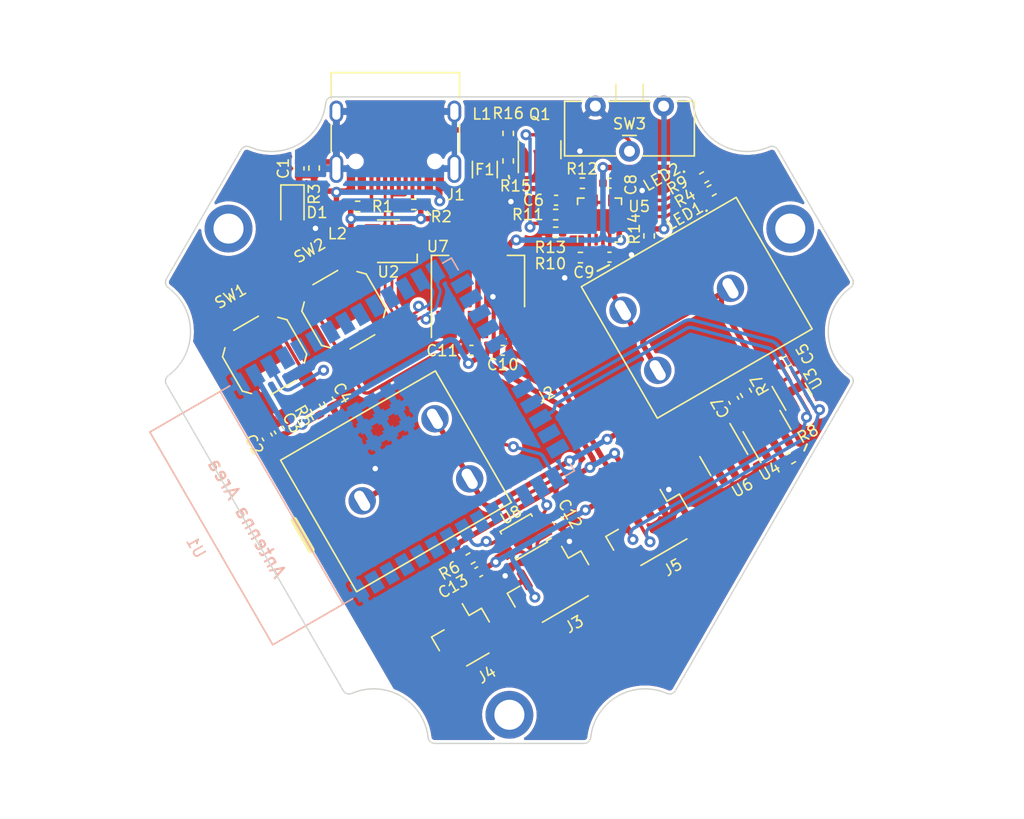
<source format=kicad_pcb>
(kicad_pcb (version 20211014) (generator pcbnew)
  (layers (0 "F.Cu" signal) (31 "B.Cu" signal) (34 "B.Paste" user) (35 "F.Paste" user) (36 "B.SilkS" user "B.Silkscreen") (37 "F.SilkS" user "F.Silkscreen") (38 "B.Mask" user) (39 "F.Mask" user) (44 "Edge.Cuts" user))
  (net 0 "")
  (net 1 "GNDPWR")
  (net 2 "Earth")
  (net 3 "GND")
  (net 4 "+BATT")
  (net 5 "+5V")
  (net 6 "Net-(C7-Pad1)")
  (net 7 "Net-(C7-Pad2)")
  (net 8 "+VSW")
  (net 9 "+3.3V")
  (net 10 "Net-(F1-Pad2)")
  (net 11 "VBUS")
  (net 12 "Net-(J1-PadA5)")
  (net 13 "USB-D+")
  (net 14 "USB-D-")
  (net 16 "Net-(J1-PadB5)")
  (net 18 "Net-(LED1-Pad1)")
  (net 19 "Net-(LED2-Pad1)")
  (net 20 "Net-(Q1-Pad1)")
  (net 21 "SYSOFF")
  (net 22 "Net-(R8-Pad2)")
  (net 23 "Net-(R9-Pad2)")
  (net 24 "Net-(R10-Pad1)")
  (net 25 "Net-(R11-Pad1)")
  (net 26 "/ILIM")
  (net 27 "Net-(R13-Pad1)")
  (net 28 "Net-(R14-Pad1)")
  (net 31 "Net-(U4-Pad1)")
  (net 32 "Net-(U4-Pad3)")
  (net 37 "Net-(R4-Pad2)")
  (net 38 "EN")
  (net 39 "MOSI_HV")
  (net 40 "SCK_HV")
  (net 41 "Net-(R6-Pad2)")
  (net 42 "SCK_LV")
  (net 43 "MOSI_LV")
  (net 46 "GPIO0")
  (net 70 "I2C+")
  (net 74 "I2C-")
  (footprint "Package_DFN_QFN:DFN-8-1EP_2x2mm_P0.5mm_EP0.7x1.3mm" (layer "F.Cu") (at 20.597756 13.692523 -60)
    (fp_text reference "U3")
    (fp_text value "MAX17048")
  )
  (footprint "Package_TO_SOT_SMD:SOT-23-6" (layer "F.Cu") (at 18.760125 16.609658 120)
    (fp_text reference "U4")
    (fp_text value "DW01A")
  )
  (footprint "Package_SO:VSSOP-8_2.4x2.1mm_P0.5mm" (layer "F.Cu") (at 0.943884 24.397352 -150)
    (fp_text reference "U8")
    (fp_text value "TXB0102DCU")
  )
  (footprint "Fuse:Fuse_1206_3216Metric" (layer "F.Cu") (at -1.9 -2.516024 90)
    (fp_text reference "F1")
    (fp_text value "1.5A")
  )
  (footprint "Capacitor_SMD:C_0402_1005Metric" (layer "F.Cu") (at -2.347329 26.961486 -150)
    (fp_text reference "C13")
    (fp_text value "100nF")
  )
  (footprint "Resistor_SMD:R_0402_1005Metric" (layer "F.Cu") (at 10.129244 2.34398 -90)
    (fp_text reference "R14")
    (fp_text value "100k")
  )
  (footprint "LED_SMD:LED_0402_1005Metric" (layer "F.Cu") (at 15.280723 -0.04583 30)
    (fp_text reference "LED1")
    (fp_text value "green")
  )
  (footprint "Package_TO_SOT_SMD:SOT-23" (layer "F.Cu") (at 2.112504 -3.966026 90)
    (fp_text reference "Q1")
    (fp_text value "2N7002")
  )
  (footprint "Capacitor_SMD:C_0402_1005Metric" (layer "F.Cu") (at 16.329097 14.399 -60)
    (fp_text reference "C7")
    (fp_text value "100nF")
  )
  (footprint "Capacitor_SMD:C_0402_1005Metric" (layer "F.Cu") (at 7.230004 -1.516024)
    (fp_text reference "C8")
    (fp_text value "4.7uF")
  )
  (footprint "Resistor_SMD:R_0402_1005Metric" (layer "F.Cu") (at 5.239998 -1.516022 180)
    (fp_text reference "R12")
    (fp_text value "1k2")
  )
  (footprint "Capacitor_SMD:C_0402_1005Metric" (layer "F.Cu") (at 3.320005 -0.266019 180)
    (fp_text reference "C6")
    (fp_text value "4.7uF")
  )
  (footprint "Inductor_SMD:L_0402_1005Metric" (layer "F.Cu") (at -2.114994 -5.416021)
    (fp_text reference "L1")
    (fp_text value "BLM15PX121SN1D")
  )
  (footprint "MountingHole:MountingHole_2.2mm_M2_ISO7380_Pad" (layer "F.Cu") (at -20.666609 1.809841)
    (fp_text reference "H1" hide)
    (fp_text value "Frame Attach")
  )
  (footprint "Capacitor_SMD:C_0402_1005Metric" (layer "F.Cu") (at 3.450976 23.215461 -60)
    (fp_text reference "C12")
    (fp_text value "100nF")
  )
  (footprint "Resistor_SMD:R_0402_1005Metric" (layer "F.Cu") (at 14.709074 -0.985961 -150)
    (fp_text reference "R4")
    (fp_text value "1.5k")
  )
  (footprint "Resistor_SMD:R_0402_1005Metric" (layer "F.Cu") (at -0.187497 -3.14602 90)
    (fp_text reference "R15")
    (fp_text value "100R")
  )
  (footprint "Connector_JST:JST_SH_BM04B-SRSS-TB_1x04-1MP_P1.00mm_Vertical" (layer "F.Cu") (at 2.99107 27.943178 -150)
    (fp_text reference "J3")
    (fp_text value "DOTSTAR PANEL")
  )
  (footprint "Diode_SMD:D_SOD-323" (layer "F.Cu") (at -15.987497 0.113474 -90)
    (fp_text reference "D1")
    (fp_text value "BSD3C051V")
  )
  (footprint "Capacitor_SMD:C_0402_1005Metric" (layer "F.Cu") (at -0.58955 10.728203 180)
    (fp_text reference "C10")
    (fp_text value "1uF")
  )
  (footprint "MountingHole:MountingHole_2.2mm_M2_ISO7380_Pad" (layer "F.Cu") (at -0.100002 37.432251)
    (fp_text reference "H3" hide)
    (fp_text value "Frame Attach")
  )
  (footprint "Resistor_SMD:R_0402_1005Metric" (layer "F.Cu") (at 3.290002 0.783975 180)
    (fp_text reference "R11")
    (fp_text value "47k")
  )
  (footprint "Capacitor_SMD:C_0402_1005Metric" (layer "F.Cu") (at -17.833256 17.079074 120)
    (fp_text reference "C2")
    (fp_text value "22uF")
  )
  (footprint "Resistor_SMD:R_0402_1005Metric" (layer "F.Cu") (at -14.4 -2.62603 -90)
    (fp_text reference "R3")
    (fp_text value "1M")
  )
  (footprint "Capacitor_SMD:C_0402_1005Metric" (layer "F.Cu") (at 7.23 3.903977)
    (fp_text reference "C9")
    (fp_text value "4.7uF")
  )
  (footprint "marbastlib-various:SW_SSSS213100" (layer "F.Cu") (at 8.6925 -5.516023)
    (fp_text reference "SW3")
    (fp_text value "PWR")
  )
  (footprint "Package_DFN_QFN:VQFN-16-1EP_3x3mm_P0.5mm_EP1.6x1.6mm" (layer "F.Cu") (at 6.500003 1.183977 90)
    (fp_text reference "U5")
    (fp_text value "BQ24075")
  )
  (footprint "Resistor_SMD:R_0402_1005Metric" (layer "F.Cu") (at -11.209996 0.183981)
    (fp_text reference "R1")
    (fp_text value "22k")
  )
  (footprint "Resistor_SMD:R_0402_1005Metric" (layer "F.Cu") (at 20.521797 18.640966 -150)
    (fp_text reference "R8")
    (fp_text value "1k")
  )
  (footprint "marbastlib-various:SOT-23-6-routable" (layer "F.Cu") (at -8.950001 2.733975 180)
    (fp_text reference "U2")
    (fp_text value "SRV05-4")
  )
  (footprint "marbastlib-various:SW_SPST_SKQG_WithStem" (layer "F.Cu") (at -12.220112 7.75306 -60)
    (fp_text reference "SW2")
    (fp_text value "BOOT")
  )
  (footprint "Capacitor_SMD:C_0402_1005Metric" (layer "F.Cu") (at -15.499994 -2.596023 90)
    (fp_text reference "C1")
    (fp_text value "100nF")
  )
  (footprint "Inductor_SMD:L_0402_1005Metric" (layer "F.Cu") (at -12.768725 0.568975 -90)
    (fp_text reference "L2")
    (fp_text value "BLM15PX121SN1D")
  )
  (footprint "Capacitor_SMD:C_0402_1005Metric" (layer "F.Cu") (at -16.945577 16.566577 120)
    (fp_text reference "C3")
    (fp_text value "100nF")
  )
  (footprint "Resistor_SMD:R_0402_1005Metric" (layer "F.Cu") (at -14.266648 15.008346 -60)
    (fp_text reference "R5")
    (fp_text value "100K")
  )
  (footprint "Capacitor_SMD:C_0402_1005Metric" (layer "F.Cu") (at 20.1987 11.541343 -150)
    (fp_text reference "C5")
    (fp_text value "100nF")
  )
  (footprint "Resistor_SMD:R_0402_1005Metric" (layer "F.Cu") (at 17.223426 13.848019 -60)
    (fp_text reference "R7")
    (fp_text value "100R")
  )
  (footprint "Package_TO_SOT_SMD:SOT-23-6" (layer "F.Cu") (at 15.599134 18.434656 -60)
    (fp_text reference "U6")
    (fp_text value "FS8205")
  )
  (footprint "Resistor_SMD:R_0402_1005Metric" (layer "F.Cu") (at 5.100001 3.933974 180)
    (fp_text reference "R10")
    (fp_text value "10k")
  )
  (footprint "Resistor_SMD:R_0402_1005Metric" (layer "F.Cu") (at -7.1 0.033975 180)
    (fp_text reference "R2")
    (fp_text value "22k")
  )
  (footprint "MountingHole:MountingHole_2.2mm_M2_ISO7380_Pad" (layer "F.Cu") (at 20.466609 1.80984)
    (fp_text reference "H2" hide)
    (fp_text value "Frame Attach")
  )
  (footprint "Connector_JST:JST_SH_BM04B-SRSS-TB_1x04-1MP_P1.00mm_Vertical" (layer "F.Cu") (at 10.206924 23.777104 -150)
    (fp_text reference "J5")
    (fp_text value "DOTSTAR PANEL")
  )
  (footprint "Capacitor_SMD:C_0402_1005Metric" (layer "F.Cu") (at -2.879996 10.7282 180)
    (fp_text reference "C11")
    (fp_text value "1uF")
  )
  (footprint "Package_TO_SOT_SMD:SOT-223-3_TabPin2" (layer "F.Cu") (at -2.399998 5.683975 90)
    (fp_text reference "U7")
    (fp_text value "TLV1117LV33DCYR")
  )
  (footprint "Resistor_SMD:R_0402_1005Metric" (layer "F.Cu") (at 14.159075 -1.938586 -150)
    (fp_text reference "R9")
    (fp_text value "1.5k")
  )
  (footprint "Resistor_SMD:R_0402_1005Metric" (layer "F.Cu") (at -2.948309 25.980555 30)
    (fp_text reference "R6")
    (fp_text value "10k")
  )
  (footprint "Resistor_SMD:R_0402_1005Metric" (layer "F.Cu") (at 3.290002 2.083974 180)
    (fp_text reference "R13")
    (fp_text value "1k2")
  )
  (footprint "custom:Keystone 18350 clips" (layer "F.Cu") (at 2.605256 13.969611 -150)
    (fp_text reference "J2")
    (fp_text value "Battery")
  )
  (footprint "LED_SMD:LED_0402_1005Metric" (layer "F.Cu") (at 13.630724 -2.903715 30)
    (fp_text reference "LED2")
    (fp_text value "orange")
  )
  (footprint "Resistor_SMD:R_0402_1005Metric" (layer "F.Cu") (at -0.187499 -5.166022 90)
    (fp_text reference "R16")
    (fp_text value "10k")
  )
  (footprint "marbastlib-various:SW_SPST_SKQG_WithStem" (layer "F.Cu") (at -18.022482 11.103058 120)
    (fp_text reference "SW1")
    (fp_text value "RESET")
  )
  (footprint "Connector_USB:USB_C_Receptacle_HRO_TYPE-C-31-M-12" (layer "F.Cu") (at -8.45 -5.716022 180)
    (fp_text reference "J1")
    (fp_text value "HRO_TYPE-C-31-M-12")
  )
  (footprint "Connector_JST:JST_SH_BM02B-SRSS-TB_1x02-1MP_P1.00mm_Vertical" (layer "F.Cu") (at -3.417518 31.643178 -150)
    (fp_text reference "J4")
    (fp_text value "POWER")
  )
  (footprint "Capacitor_SMD:C_0402_1005Metric" (layer "F.Cu") (at -13.32902 14.432371 -60)
    (fp_text reference "C4")
    (fp_text value "1uF")
  )
  (footprint "Espressif:ESP32-S3-WROOM-1" (layer "B.Cu") (at -8.286785 16.634045 -60)
    (fp_text reference "U1")
    (fp_text value "ESP32-S3-WROOM-1")
  )
  (gr_line (start -5.889709 0.798242) (end -6.119614 0.550037) (layer "F.SilkS") (width 0.15))
  (gr_line (start 21.685829 17.618139) (end 21.489421 18.077945) (layer "F.SilkS") (width 0.15))
  (gr_line (start -0.099998 -1.866028) (end -0.15 -2.066024) (layer "F.SilkS") (width 0.15))
  (gr_line (start 6.350002 4.916583) (end 7.200001 4.483977) (layer "F.SilkS") (width 0.15))
  (gr_arc (start 24.877957 12.580267) (mid 23.250466 9.359838) (end 24.877954 6.139408) (layer "Edge.Cuts") (width 0.1))
  (gr_arc (start -25.07796 6.139407) (mid -23.450475 9.359838) (end -25.07796 12.580266) (layer "Edge.Cuts") (width 0.1))
  (gr_arc (start 12.066489 35.659267) (mid 11.789557 35.884271) (end 11.43314 35.867376) (layer "Edge.Cuts") (width 0.1))
  (gr_line (start -19.75612 -3.96718) (end -25.214408 5.486853) (layer "Edge.Cuts") (width 0.1))
  (gr_arc (start 12.847912 -7.84016) (mid 13.181272 -7.712865) (end 13.34482 -7.395718) (layer "Edge.Cuts") (width 0.1))
  (gr_arc (start -13.544818 -7.395717) (mid -13.381246 -7.712838) (end -13.047915 -7.840164) (layer "Edge.Cuts") (width 0.1))
  (gr_arc (start 18.922765 -4.17529) (mid 19.27919 -4.192206) (end 19.556114 -3.967182) (layer "Edge.Cuts") (width 0.1))
  (gr_arc (start 24.877957 12.580267) (mid 25.07082 12.880486) (end 25.014407 13.232824) (layer "Edge.Cuts") (width 0.1))
  (gr_arc (start 5.855195 39.087808) (mid 7.830425 36.068151) (end 11.43314 35.867376) (layer "Edge.Cuts") (width 0.1))
  (gr_arc (start 5.855195 39.087808) (mid 5.691632 39.404939) (end 5.35829 39.53225) (layer "Edge.Cuts") (width 0.1))
  (gr_arc (start 18.922765 -4.17529) (mid 15.320021 -4.376027) (end 13.34482 -7.395718) (layer "Edge.Cuts") (width 0.1))
  (gr_line (start 12.066489 35.659267) (end 25.014407 13.232824) (layer "Edge.Cuts") (width 0.1))
  (gr_line (start -5.55829 39.53225) (end 5.35829 39.53225) (layer "Edge.Cuts") (width 0.1))
  (gr_line (start 12.847912 -7.84016) (end -13.047915 -7.840164) (layer "Edge.Cuts") (width 0.1))
  (gr_arc (start -25.07796 6.139407) (mid -25.270809 5.839189) (end -25.214408 5.486853) (layer "Edge.Cuts") (width 0.1))
  (gr_arc (start -11.63314 35.867378) (mid -8.030428 36.068153) (end -6.055192 39.087804) (layer "Edge.Cuts") (width 0.1))
  (gr_line (start -25.214409 13.232822) (end -12.266496 35.659266) (layer "Edge.Cuts") (width 0.1))
  (gr_arc (start -19.75612 -3.96718) (mid -19.479189 -4.192195) (end -19.122768 -4.175286) (layer "Edge.Cuts") (width 0.1))
  (gr_arc (start 25.014411 5.48685) (mid 25.070813 5.839189) (end 24.877954 6.139408) (layer "Edge.Cuts") (width 0.1))
  (gr_arc (start -5.55829 39.53225) (mid -5.891623 39.404928) (end -6.055192 39.087804) (layer "Edge.Cuts") (width 0.1))
  (gr_arc (start -25.214409 13.232822) (mid -25.270811 12.880484) (end -25.07796 12.580266) (layer "Edge.Cuts") (width 0.1))
  (gr_arc (start -13.544818 -7.395717) (mid -15.52005 -4.376058) (end -19.122768 -4.175286) (layer "Edge.Cuts") (width 0.1))
  (gr_line (start 25.014411 5.48685) (end 19.556114 -3.967182) (layer "Edge.Cuts") (width 0.1))
  (gr_arc (start -11.63314 35.867378) (mid -11.989564 35.884283) (end -12.266496 35.659266) (layer "Edge.Cuts") (width 0.1))
  (segment (start -12.768725 -0.936527) (end -13.657997 -0.936519) (width 0.4) (layer "F.Cu") (net 1))
  (segment (start -13.657997 -0.936519) (end -13.899999 -0.936521) (width 0.4) (layer "F.Cu") (net 1))
  (segment (start -15.987499 -0.936521) (end -13.899999 -0.936521) (width 0.4) (layer "F.Cu") (net 1))
  (segment (start -12.768725 -0.936527) (end -12.199998 -0.936521) (width 0.4) (layer "F.Cu") (net 1))
  (segment (start -14.399996 -1.436521) (end -14.399997 -2.116021) (width 0.4) (layer "F.Cu") (net 1))
  (segment (start -5.199997 -1.67103) (end -5.199998 -0.216021) (width 0.4) (layer "F.Cu") (net 1))
  (segment (start -14.400001 -2.116024) (end -15.499992 -2.116026) (width 0.4) (layer "F.Cu") (net 1))
  (segment (start -12.768724 0.083977) (end -12.768725 -0.936527) (width 0.4) (layer "F.Cu") (net 1))
  (via (at -5.199998 -0.216021) (size 0.8) (drill 0.4) (layers "F.Cu" "B.Cu") (net 1))
  (via (at -12.768726 -0.855776) (size 0.8) (drill 0.4) (layers "F.Cu" "B.Cu") (net 1))
  (arc (start -11.699996 -1.436521) (mid -11.846442 -1.08297) (end -12.199998 -0.936521) (width 0.4) (layer "F.Cu") (net 1))
  (arc (start -13.899999 -0.936521) (mid -14.253551 -1.082971) (end -14.399996 -1.436521) (width 0.4) (layer "F.Cu") (net 1))
  (segment (start -5.199999 -0.447792) (end -5.199998 -0.216021) (width 0.4) (layer "B.Cu") (net 1))
  (segment (start -12.768726 -0.855776) (end -5.7 -0.855776) (width 0.4) (layer "B.Cu") (net 1))
  (arc (start -5.7 -0.855776) (mid -5.346451 -0.709318) (end -5.199998 -0.355749) (width 0.4) (layer "B.Cu") (net 1))
  (segment (start -15.499997 -3.076023) (end -12.769997 -3.076022) (width 0.4) (layer "F.Cu") (net 2))
  (segment (start -12.769997 -6.76602) (end -12.769999 -2.586026) (width 0.4) (layer "B.Cu") (net 2))
  (segment (start -4.129994 -6.766018) (end -12.769997 -6.76602) (width 0.4) (layer "B.Cu") (net 2))
  (segment (start -4.129998 -2.586022) (end -4.129994 -6.766018) (width 0.4) (layer "B.Cu") (net 2))
  (segment (start 20.862495 14.651074) (end 20.50625 14.034028) (width 0.25) (layer "F.Cu") (net 3))
  (segment (start 7.250003 2.226471) (end 7.207506 2.183978) (width 0.2) (layer "F.Cu") (net 3))
  (segment (start 6.750004 1.433975) (end 7.937501 1.433976) (width 0.25) (layer "F.Cu") (net 3))
  (segment (start 19.948236 14.06752) (end 20.597756 13.692523) (width 0.25) (layer "F.Cu") (net 3))
  (segment (start 7.207506 2.183978) (end 7.207503 2.118769) (width 0.2) (layer "F.Cu") (net 3))
  (segment (start 20.766024 12.483972) (end 21.247272 13.317526) (width 0.25) (layer "F.Cu") (net 3))
  (segment (start 7.250003 2.621478) (end 7.250003 3.192896) (width 0.25) (layer "F.Cu") (net 3))
  (segment (start 21.247272 13.317526) (end 20.597756 13.692523) (width 0.25) (layer "F.Cu") (net 3))
  (segment (start 7.462653 0.483982) (end 7.4273 0.483979) (width 0.2) (layer "F.Cu") (net 3))
  (segment (start 19.466984 13.233977) (end 19.948236 14.06752) (width 0.25) (layer "F.Cu") (net 3))
  (segment (start 7.250007 2.621482) (end 7.250003 2.226471) (width 0.2) (layer "F.Cu") (net 3))
  (segment (start 7.512655 0.43398) (end 7.462653 0.483982) (width 0.2) (layer "F.Cu") (net 3))
  (segment (start 7.4273 0.483979) (end 6.727304 1.183976) (width 0.2) (layer "F.Cu") (net 3))
  (segment (start 2.411226 23.838855) (end 2.876658 23.570141) (width 0.25) (layer "F.Cu") (net 3))
  (segment (start 7.39645 3.54645) (end 7.710001 3.860001) (width 0.25) (layer "F.Cu") (net 3))
  (segment (start 7.71 3.903977) (end 8.667506 3.903977) (width 0.25) (layer "F.Cu") (net 3))
  (segment (start 7.937503 0.43398) (end 7.512655 0.43398) (width 0.2) (layer "F.Cu") (net 3))
  (segment (start 8.667506 3.903977) (end 8.837502 3.73398) (width 0.25) (layer "F.Cu") (net 3))
  (segment (start 20.50625 14.034028) (end 20.597756 13.692523) (width 0.25) (layer "F.Cu") (net 3))
  (segment (start 3.256067 23.520187) (end 3.68439 23.634958) (width 0.25) (layer "F.Cu") (net 3))
  (segment (start 7.207503 2.118769) (end 6.500001 1.41127) (width 0.2) (layer "F.Cu") (net 3))
  (via (at -14.299263 1.790137) (size 0.8) (drill 0.4) (layers "F.Cu" "B.Cu") (net 3))
  (via (at 3.950001 5.416582) (size 0.8) (drill 0.4) (layers "F.Cu" "B.Cu") (net 3))
  (via (at -1.30625 6.80366) (size 0.8) (drill 0.4) (layers "F.Cu" "B.Cu") (net 3))
  (via (at 11.571897 20.930293) (size 0.8) (drill 0.4) (layers "F.Cu" "B.Cu") (net 3))
  (via (at 8.837502 3.73398) (size 0.8) (drill 0.4) (layers "F.Cu" "B.Cu") (net 3))
  (via (at -0.410597 27.251319) (size 0.8) (drill 0.4) (layers "F.Cu" "B.Cu") (net 3))
  (via (at 9.620654 -0.978025) (size 0.8) (drill 0.4) (layers "F.Cu" "B.Cu") (net 3))
  (via (at 4.295489 24.727184) (size 0.8) (drill 0.4) (layers "F.Cu" "B.Cu") (net 3))
  (via (at 0.0125 -0.166022) (size 0.8) (drill 0.4) (layers "F.Cu" "B.Cu") (net 3))
  (via (at 5.060635 -3.868567) (size 0.8) (drill 0.4) (layers "F.Cu" "B.Cu") (net 3))
  (via (at -9.922571 19.395455) (size 0.8) (drill 0.4) (layers "F.Cu" "B.Cu") (net 3))
  (arc (start 3.256067 23.520187) (mid 3.061395 23.507427) (end 2.876658 23.570141) (width 0.25) (layer "F.Cu") (net 3))
  (arc (start 7.39645 3.54645) (mid 7.288063 3.384238) (end 7.250003 3.192896) (width 0.25) (layer "F.Cu") (net 3))
  (segment (start 9.74016 10.427627) (end 10.760157 12.194312) (width 0.4) (layer "F.Cu") (net 4))
  (segment (start 9.240157 9.561598) (end 8.220156 7.794908) (width 0.4) (layer "F.Cu") (net 4))
  (segment (start 19.899998 12.983973) (end 20.333009 12.733972) (width 0.25) (layer "F.Cu") (net 4))
  (segment (start 8.741345 4.73532) (end 8.741343 4.744993) (width 0.4) (layer "F.Cu") (net 4))
  (segment (start 6.750002 4.744994) (end 6.75 5.2) (width 0.4) (layer "F.Cu") (net 4))
  (segment (start 6.750004 2.62148) (end 6.500003 2.621477) (width 0.25) (layer "F.Cu") (net 4))
  (segment (start 16.968426 13.406346) (end 17.963917 12.831599) (width 0.4) (layer "F.Cu") (net 4))
  (segment (start 8.741343 4.744993) (end 6.750002 4.744994) (width 0.4) (layer "F.Cu") (net 4))
  (segment (start 6.816991 5.45) (end 8.183157 7.816271) (width 0.4) (layer "F.Cu") (net 4))
  (segment (start 6.500003 2.621477) (end 6.250007 2.621475) (width 0.25) (layer "F.Cu") (net 4))
  (segment (start 10.129244 2.85398) (end 10.129245 4.235321) (width 0.4) (layer "F.Cu") (net 4))
  (segment (start 6.750009 2.621482) (end 6.750006 3.753975) (width 0.25) (layer "F.Cu") (net 4))
  (segment (start 9.629244 4.735321) (end 8.741345 4.73532) (width 0.4) (layer "F.Cu") (net 4))
  (segment (start 20.333009 12.733972) (end 19.783007 11.781342) (width 0.25) (layer "F.Cu") (net 4))
  (segment (start 6.750003 3.903972) (end 6.750002 4.744994) (width 0.4) (layer "F.Cu") (net 4))
  (segment (start 18.146928 12.148585) (end 15.55004 7.650637) (width 0.4) (layer "F.Cu") (net 4))
  (segment (start 16.089269 6.184615) (end 9.92317 9.744612) (width 0.4) (layer "F.Cu") (net 4))
  (segment (start 18.829944 12.331599) (end 19.380927 12.013488) (width 0.4) (layer "F.Cu") (net 4))
  (segment (start 19.380927 12.013488) (end 19.783007 11.781342) (width 0.4) (layer "F.Cu") (net 4))
  (arc (start 10.129245 4.235321) (mid 9.982799 4.588873) (end 9.629244 4.735321) (width 0.4) (layer "F.Cu") (net 4))
  (arc (start 18.146928 12.148585) (mid 18.450532 12.381547) (end 18.829944 12.331599) (width 0.4) (layer "F.Cu") (net 4))
  (arc (start 6.816991 5.45) (mid 6.767042 5.32941) (end 6.75 5.2) (width 0.4) (layer "F.Cu") (net 4))
  (arc (start 9.74016 10.427627) (mid 9.690209 10.048216) (end 9.92317 9.744612) (width 0.4) (layer "F.Cu") (net 4))
  (arc (start 15.916065 6.284615) (mid 15.450138 6.89182) (end 15.55004 7.650637) (width 0.4) (layer "F.Cu") (net 4))
  (arc (start 18.146928 12.148585) (mid 18.196884 12.527991) (end 17.963917 12.831599) (width 0.4) (layer "F.Cu") (net 4))
  (arc (start 9.92317 9.744612) (mid 9.543759 9.79456) (end 9.240157 9.561598) (width 0.4) (layer "F.Cu") (net 4))
  (segment (start 5.062506 0.433975) (end 5.062506 0.383973) (width 0.25) (layer "F.Cu") (net 5))
  (segment (start -6.589995 0.033973) (end -6.589998 1.083978) (width 0.4) (layer "F.Cu") (net 5))
  (segment (start 3.300004 -1.116024) (end -1.900002 -1.116027) (width 0.4) (layer "F.Cu") (net 5))
  (segment (start 5.062499 0.233979) (end 5.0625 0.333979) (width 0.4) (layer "F.Cu") (net 5))
  (segment (start 3.800003 -0.266023) (end 4.562503 -0.266025) (width 0.4) (layer "F.Cu") (net 5))
  (segment (start -11.720002 0.183974) (end -11.719997 1.063975) (width 0.4) (layer "F.Cu") (net 5))
  (segment (start -4.514215 1.083977) (end -6.589998 1.083978) (width 0.4) (layer "F.Cu") (net 5))
  (segment (start -11.199997 2.733975) (end -10.124998 2.733974) (width 0.4) (layer "F.Cu") (net 5))
  (segment (start -11.719997 1.063975) (end -11.699996 1.08398) (width 0.4) (layer "F.Cu") (net 5))
  (segment (start 5.062506 0.383973) (end 5.0625 0.333979) (width 0.25) (layer "F.Cu") (net 5))
  (segment (start 3.8 -0.266022) (end 3.800004 -0.616028) (width 0.4) (layer "F.Cu") (net 5))
  (segment (start -0.187499 -1.616022) (end -0.187499 -2.63602) (width 0.4) (layer "F.Cu") (net 5))
  (segment (start -1.899999 -1.116022) (end -0.6875 -1.116022) (width 0.4) (layer "F.Cu") (net 5))
  (segment (start -11.699996 1.08398) (end -11.699994 2.233975) (width 0.4) (layer "F.Cu") (net 5))
  (segment (start -1.9 -1.116027) (end -3.807111 0.791084) (width 0.4) (layer "F.Cu") (net 5))
  (via (at -11.699996 1.08398) (size 0.8) (drill 0.4) (layers "F.Cu" "B.Cu") (net 5))
  (via (at -6.589998 1.083978) (size 0.8) (drill 0.4) (layers "F.Cu" "B.Cu") (net 5))
  (arc (start -3.807111 0.791084) (mid -4.131535 1.007857) (end -4.514215 1.083977) (width 0.4) (layer "F.Cu") (net 5))
  (arc (start 3.300004 -1.116024) (mid 3.653557 -0.969578) (end 3.800004 -0.616028) (width 0.4) (layer "F.Cu") (net 5))
  (arc (start 4.562503 -0.266025) (mid 4.916051 -0.119579) (end 5.062499 0.233979) (width 0.4) (layer "F.Cu") (net 5))
  (arc (start -0.6875 -1.116022) (mid -0.333948 -1.262472) (end -0.187499 -1.616022) (width 0.4) (layer "F.Cu") (net 5))
  (arc (start -11.199997 2.733975) (mid -11.553549 2.58753) (end -11.699994 2.233975) (width 0.4) (layer "F.Cu") (net 5))
  (segment (start -11.699996 1.08398) (end -6.599997 1.083976) (width 0.4) (layer "B.Cu") (net 5))
  (segment (start 18.191378 15.624551) (end 17.460125 14.357989) (width 0.4) (layer "F.Cu") (net 6))
  (segment (start 17.461105 14.299688) (end 16.122406 13.940984) (width 0.3) (layer "F.Cu") (net 6))
  (segment (start -4.529647 17.511598) (end -5.549647 15.744909) (width 0.4) (layer "F.Cu") (net 7))
  (segment (start -4.712657 18.194614) (end -10.878759 21.754614) (width 0.4) (layer "F.Cu") (net 7))
  (segment (start 15.853108 16.974556) (end 17.368653 16.09955) (width 0.4) (layer "F.Cu") (net 7))
  (segment (start 4.313255 18.827954) (end -1.31591 22.077954) (width 0.4) (layer "F.Cu") (net 7))
  (segment (start 14.02069 13.800713) (end 15.853107 16.974552) (width 0.4) (layer "F.Cu") (net 7))
  (segment (start 17.368653 16.09955) (end 16.637399 14.832989) (width 0.4) (layer "F.Cu") (net 7))
  (segment (start 7.059336 17.242504) (end 13.337676 13.6177) (width 0.4) (layer "F.Cu") (net 7))
  (segment (start -4.029647 18.377626) (end -3.009647 20.144321) (width 0.4) (layer "F.Cu") (net 7))
  (segment (start -1.998924 21.894943) (end -3.009649 20.144316) (width 0.4) (layer "F.Cu") (net 7))
  (via (at 4.313255 18.827954) (size 0.8) (drill 0.4) (layers "F.Cu" "B.Cu") (net 7))
  (via (at 7.059336 17.242504) (size 0.8) (drill 0.4) (layers "F.Cu" "B.Cu") (net 7))
  (arc (start -4.529647 17.511598) (mid -4.479698 17.89101) (end -4.712657 18.194614) (width 0.4) (layer "F.Cu") (net 7))
  (arc (start -1.998924 21.894943) (mid -1.695322 22.127905) (end -1.31591 22.077954) (width 0.4) (layer "F.Cu") (net 7))
  (arc (start 14.02069 13.800713) (mid 13.717086 13.567753) (end 13.337676 13.6177) (width 0.4) (layer "F.Cu") (net 7))
  (arc (start -4.712657 18.194614) (mid -4.333249 18.144664) (end -4.029647 18.377626) (width 0.4) (layer "F.Cu") (net 7))
  (segment (start 4.313255 18.827954) (end 7.059336 17.242504) (width 0.4) (layer "B.Cu") (net 7))
  (segment (start 14.880983 -3.048203) (end 16.030986 -1.056341) (width 0.4) (layer "F.Cu") (net 8))
  (segment (start 11.80075 -2.666024) (end 6.750005 -2.666024) (width 0.4) (layer "F.Cu") (net 8))
  (segment (start 7.937503 1.93398) (end 7.937507 2.053974) (width 0.2) (layer "F.Cu") (net 8))
  (segment (start 15.847968 -0.373334) (end 15.700747 -0.288331) (width 0.4) (layer "F.Cu") (net 8))
  (segment (start 1.763771 28.817436) (end 1.029534 27.545697) (width 0.4) (layer "F.Cu") (net 8))
  (segment (start 6.750002 -2.466022) (end 6.750003 -1.516024) (width 0.4) (layer "F.Cu") (net 8))
  (segment (start 12.300748 -3.316213) (end 12.300748 -3.166022) (width 0.4) (layer "F.Cu") (net 8))
  (segment (start 14.050751 -3.146216) (end 14.19797 -3.231212) (width 0.4) (layer "F.Cu") (net 8))
  (segment (start 6.750002 -0.253527) (end 6.750003 -1.516024) (width 0.25) (layer "F.Cu") (net 8))
  (segment (start -0.273454 25.388859) (end -1.003382 25.81028) (width 0.25) (layer "F.Cu") (net 8))
  (segment (start 0.400001 2.646477) (end 0.399998 2.646477) (width 0.4) (layer "F.Cu") (net 8))
  (segment (start -3.647004 30.245697) (end 1.029534 27.545697) (width 0.4) (layer "F.Cu") (net 8))
  (segment (start 13.550745 -3.816216) (end 12.800748 -3.816217) (width 0.4) (layer "F.Cu") (net 8))
  (segment (start -1.931636 26.721486) (end -1.100689 26.24174) (width 0.4) (layer "F.Cu") (net 8))
  (segment (start 7.609573 21.195543) (end 5.46971 22.430995) (width 0.4) (layer "F.Cu") (net 8))
  (segment (start 8.050002 2.646478) (end 7.937504 2.533973) (width 0.4) (layer "F.Cu") (net 8))
  (segment (start 7.937506 2.058981) (end 7.937503 2.533982) (width 0.4) (layer "F.Cu") (net 8))
  (segment (start -0.100002 10.718657) (end 3.141114 12.589916) (width 0.4) (layer "F.Cu") (net 8))
  (segment (start 3.324127 12.772931) (end 7.792587 20.51253) (width 0.4) (layer "F.Cu") (net 8))
  (segment (start -0.099996 8.833975) (end -0.100002 10.718657) (width 0.4) (layer "F.Cu") (net 8))
  (segment (start 7.937503 2.533982) (end 8.050002 2.646478) (width 0.4) (layer "F.Cu") (net 8))
  (segment (start -1.11319 26.220088) (end -1.100689 26.24174) (width 0.25) (layer "F.Cu") (net 8))
  (segment (start 14.050751 -3.146216) (end 14.050748 -3.316213) (width 0.4) (layer "F.Cu") (net 8))
  (segment (start -0.099998 3.146477) (end -0.099999 8.833975) (width 0.4) (layer "F.Cu") (net 8))
  (segment (start 6.749998 -0.106022) (end 6.25 -0.106022) (width 0.25) (layer "F.Cu") (net 8))
  (via (at 0.400001 2.646477) (size 0.8) (drill 0.4) (layers "F.Cu" "B.Cu") (net 8))
  (via (at 5.46971 22.430995) (size 0.8) (drill 0.4) (layers "F.Cu" "B.Cu") (net 8))
  (via (at 6.750005 -2.666024) (size 0.8) (drill 0.4) (layers "F.Cu" "B.Cu") (net 8))
  (via (at -1.100689 26.24174) (size 0.8) (drill 0.4) (layers "F.Cu" "B.Cu") (net 8))
  (via (at 8.050002 2.646478) (size 0.8) (drill 0.4) (layers "F.Cu" "B.Cu") (net 8))
  (via (at 1.763771 28.817436) (size 0.8) (drill 0.4) (layers "F.Cu" "B.Cu") (net 8))
  (arc (start 7.609573 21.195543) (mid 7.842537 20.89194) (end 7.792587 20.51253) (width 0.4) (layer "F.Cu") (net 8))
  (arc (start 3.324127 12.772931) (mid 3.244668 12.669378) (end 3.141114 12.589916) (width 0.4) (layer "F.Cu") (net 8))
  (arc (start -1.003382 25.81028) (mid -1.143161 25.992442) (end -1.11319 26.220088) (width 0.25) (layer "F.Cu") (net 8))
  (arc (start 16.030986 -1.056341) (mid 16.080935 -0.676936) (end 15.847968 -0.373334) (width 0.4) (layer "F.Cu") (net 8))
  (arc (start 14.880983 -3.048203) (mid 14.577378 -3.281161) (end 14.19797 -3.231212) (width 0.4) (layer "F.Cu") (net 8))
  (arc (start 14.050748 -3.316213) (mid 13.904301 -3.669767) (end 13.550745 -3.816216) (width 0.4) (layer "F.Cu") (net 8))
  (arc (start 11.80075 -2.666024) (mid 12.154303 -2.812472) (end 12.300748 -3.166022) (width 0.4) (layer "F.Cu") (net 8))
  (arc (start 0.399998 2.646477) (mid 0.046446 2.792923) (end -0.099998 3.146477) (width 0.4) (layer "F.Cu") (net 8))
  (arc (start 12.800748 -3.816217) (mid 12.447194 -3.669765) (end 12.300748 -3.316213) (width 0.4) (layer "F.Cu") (net 8))
  (segment (start 6.750002 2.14648) (end 6.750002 -2.466022) (width 0.4) (layer "B.Cu") (net 8))
  (segment (start -1.100689 26.24174) (end 0.874284 25.101488) (width 0.4) (layer "B.Cu") (net 8))
  (segment (start 0.365359 25.395316) (end 0.874284 25.101488) (width 0.4) (layer "B.Cu") (net 8))
  (segment (start 0.874284 25.101488) (end 5.477214 22.443988) (width 0.4) (layer "B.Cu") (net 8))
  (segment (start 0.400001 2.646477) (end 6.25 2.646477) (width 0.4) (layer "B.Cu") (net 8))
  (segment (start 5.477214 22.443988) (end 5.46971 22.430995) (width 0.4) (layer "B.Cu") (net 8))
  (segment (start 8.050002 2.646478) (end 7.250004 2.646477) (width 0.4) (layer "B.Cu") (net 8))
  (segment (start 1.763771 28.817436) (end 0.182346 26.078328) (width 0.4) (layer "B.Cu") (net 8))
  (arc (start 7.250004 2.646477) (mid 6.896448 2.500032) (end 6.750002 2.14648) (width 0.4) (layer "B.Cu") (net 8))
  (arc (start 6.25 2.646477) (mid 6.603551 2.500028) (end 6.750002 2.14648) (width 0.4) (layer "B.Cu") (net 8))
  (arc (start 0.182346 26.078328) (mid 0.132397 25.698918) (end 0.365359 25.395316) (width 0.4) (layer "B.Cu") (net 8))
  (segment (start 3.739232 21.917433) (end 3.373917 21.284689) (width 0.4) (layer "F.Cu") (net 9))
  (segment (start 3.556219 22.600444) (end 3.21098 22.799769) (width 0.4) (layer "F.Cu") (net 9))
  (segment (start -2.4 10.728201) (end -2.400002 9.070324) (width 0.4) (layer "F.Cu") (net 9))
  (segment (start 5.798599 19.307447) (end 4.164215 20.251059) (width 0.4) (layer "F.Cu") (net 9))
  (segment (start 2.161223 23.405845) (end 3.21098 22.799769) (width 0.25) (layer "F.Cu") (net 9))
  (segment (start 3.882382 14.988459) (end 5.981612 18.624435) (width 0.4) (layer "F.Cu") (net 9))
  (segment (start -3.842798 25.45126) (end -3.389984 26.235555) (width 0.4) (layer "F.Cu") (net 9))
  (segment (start 3.556927 20.601676) (end 4.164215 20.251059) (width 0.4) (layer "F.Cu") (net 9))
  (segment (start -2.399999 11.283973) (end 3.699368 14.805441) (width 0.4) (layer "F.Cu") (net 9))
  (segment (start -15.243106 16.161003) (end -15.270424 16.153683) (width 0.4) (layer "F.Cu") (net 9))
  (segment (start -14.011648 15.450019) (end -15.243106 16.161003) (width 0.4) (layer "F.Cu") (net 9))
  (segment (start -15.270424 16.153683) (end -16.705576 16.982269) (width 0.4) (layer "F.Cu") (net 9))
  (segment (start -2.400002 8.833974) (end -2.400002 2.533974) (width 0.4) (layer "F.Cu") (net 9))
  (segment (start -17.593259 17.494769) (end -16.705574 16.982271) (width 0.4) (layer "F.Cu") (net 9))
  (segment (start 4.164215 20.251059) (end -3.659786 24.768247) (width 0.4) (layer "F.Cu") (net 9))
  (segment (start -2.399999 11.283973) (end -3.099872 11.688044) (width 0.4) (layer "F.Cu") (net 9))
  (segment (start -2.399999 11.283973) (end -2.4 10.728201) (width 0.4) (layer "F.Cu") (net 9))
  (segment (start 7.602439 18.266) (end 9.977437 22.379621) (width 0.4) (layer "F.Cu") (net 9))
  (via (at 5.798599 19.307447) (size 0.8) (drill 0.4) (layers "F.Cu" "B.Cu") (net 9))
  (via (at 7.602439 18.266) (size 0.8) (drill 0.4) (layers "F.Cu" "B.Cu") (net 9))
  (via (at -3.099872 11.688044) (size 0.8) (drill 0.4) (layers "F.Cu" "B.Cu") (net 9))
  (via (at -15.270424 16.153683) (size 0.8) (drill 0.4) (layers "F.Cu" "B.Cu") (net 9))
  (arc (start -3.659786 24.768247) (mid -3.892749 25.071851) (end -3.842798 25.45126) (width 0.4) (layer "F.Cu") (net 9))
  (arc (start 3.739232 21.917433) (mid 3.789182 22.296839) (end 3.556219 22.600444) (width 0.4) (layer "F.Cu") (net 9))
  (arc (start 3.699368 14.805441) (mid 3.802923 14.884906) (end 3.882382 14.988459) (width 0.4) (layer "F.Cu") (net 9))
  (arc (start 3.373917 21.284689) (mid 3.323967 20.905278) (end 3.556927 20.601676) (width 0.4) (layer "F.Cu") (net 9))
  (arc (start 5.798599 19.307447) (mid 6.031563 19.003843) (end 5.981612 18.624435) (width 0.4) (layer "F.Cu") (net 9))
  (segment (start -18.715302 12.551323) (end -16.544215 16.311756) (width 0.4) (layer "B.Cu") (net 9))
  (segment (start 7.602439 18.266) (end 5.798599 19.307447) (width 0.4) (layer "B.Cu") (net 9))
  (segment (start -3.964584 10.203603) (end -3.108945 11.685613) (width 0.4) (layer "B.Cu") (net 9))
  (segment (start -3.108945 11.685613) (end -3.099872 11.688044) (width 0.4) (layer "B.Cu") (net 9))
  (segment (start -15.861202 16.494768) (end -15.270424 16.153683) (width 0.4) (layer "B.Cu") (net 9))
  (segment (start -15.270424 16.153683) (end -4.647596 10.020591) (width 0.4) (layer "B.Cu") (net 9))
  (arc (start -16.544215 16.311756) (mid -16.240612 16.544718) (end -15.861202 16.494768) (width 0.4) (layer "B.Cu") (net 9))
  (arc (start -4.647596 10.020591) (mid -4.268187 9.97064) (end -3.964584 10.203603) (width 0.4) (layer "B.Cu") (net 9))
  (segment (start -1.629994 -5.416023) (end -1.629994 -4.186023) (width 0.4) (layer "F.Cu") (net 10))
  (segment (start -6.709566 -3.169578) (end -6.14644 -2.606455) (width 0.4) (layer "F.Cu") (net 11))
  (segment (start -10.753547 -2.606453) (end -10.19042 -3.169578) (width 0.4) (layer "F.Cu") (net 11))
  (segment (start -10.899994 -1.671022) (end -10.899997 -2.252896) (width 0.4) (layer "F.Cu") (net 11))
  (segment (start -6.709569 -3.462468) (end -5.048907 -5.123128) (width 0.4) (layer "F.Cu") (net 11))
  (segment (start -9.836872 -3.316026) (end -7.063125 -3.316026) (width 0.4) (layer "F.Cu") (net 11))
  (segment (start -5.999998 -2.252899) (end -5.999995 -1.671021) (width 0.4) (layer "F.Cu") (net 11))
  (segment (start -4.341803 -5.416025) (end -2.599998 -5.416029) (width 0.4) (layer "F.Cu") (net 11))
  (arc (start -6.14644 -2.606455) (mid -6.038056 -2.444241) (end -5.999998 -2.252899) (width 0.4) (layer "F.Cu") (net 11))
  (arc (start -7.063125 -3.316026) (mid -6.871782 -3.354084) (end -6.709569 -3.462468) (width 0.4) (layer "F.Cu") (net 11))
  (arc (start -9.836872 -3.316026) (mid -10.028214 -3.277963) (end -10.19042 -3.169578) (width 0.4) (layer "F.Cu") (net 11))
  (arc (start -4.341803 -5.416025) (mid -4.724484 -5.339907) (end -5.048907 -5.123128) (width 0.4) (layer "F.Cu") (net 11))
  (arc (start -10.753547 -2.606453) (mid -10.861939 -2.444239) (end -10.899997 -2.252896) (width 0.4) (layer "F.Cu") (net 11))
  (arc (start -6.709566 -3.169578) (mid -6.87178 -3.277963) (end -7.063125 -3.316026) (width 0.4) (layer "F.Cu") (net 11))
  (segment (start -7.199994 -1.671022) (end -7.199994 -0.376032) (width 0.25) (layer "F.Cu") (net 12))
  (arc (start -7.609998 0.033975) (mid -7.320087 -0.086115) (end -7.199994 -0.376032) (width 0.25) (layer "F.Cu") (net 12))
  (segment (start -8.199995 -2.646019) (end -8.199998 -1.671024) (width 0.2) (layer "F.Cu") (net 13))
  (segment (start -9.2 -1.671022) (end -9.200001 1.283969) (width 0.2) (layer "F.Cu") (net 13))
  (segment (start -9.149998 -2.696024) (end -8.249998 -2.696024) (width 0.2) (layer "F.Cu") (net 13))
  (segment (start -8.466927 8.251003) (end -9.066012 7.21336) (width 0.2) (layer "F.Cu") (net 13))
  (segment (start -8.249998 -2.696024) (end -8.199995 -2.646019) (width 0.2) (layer "F.Cu") (net 13))
  (segment (start -9.199997 -2.646027) (end -9.149998 -2.696024) (width 0.2) (layer "F.Cu") (net 13))
  (segment (start -9.200001 6.713362) (end -9.199986 6.713361) (width 0.2) (layer "F.Cu") (net 13))
  (segment (start -9.199994 -1.671027) (end -9.199997 -2.646027) (width 0.2) (layer "F.Cu") (net 13))
  (segment (start -9.200001 1.283969) (end -9.200001 6.713362) (width 0.2) (layer "F.Cu") (net 13))
  (segment (start -6.612041 8.334785) (end -6.612044 8.334787) (width 0.2) (layer "F.Cu") (net 13))
  (segment (start -6.612041 8.334785) (end -7.100902 8.61703) (width 0.2) (layer "F.Cu") (net 13))
  (via (at -6.202236 8.444593) (size 0.8) (drill 0.4) (layers "F.Cu" "B.Cu") (net 13))
  (arc (start -9.066012 7.21336) (mid -9.165912 6.972179) (end -9.199986 6.713361) (width 0.2) (layer "F.Cu") (net 13))
  (arc (start -6.612044 8.334787) (mid -6.384397 8.304816) (end -6.202236 8.444593) (width 0.2) (layer "F.Cu") (net 13))
  (arc (start -9.200001 1.283969) (mid -9.346443 1.637525) (end -9.700001 1.783975) (width 0.2) (layer "F.Cu") (net 13))
  (arc (start -8.466927 8.251003) (mid -7.859721 8.71693) (end -7.100902 8.61703) (width 0.2) (layer "F.Cu") (net 13))
  (segment (start -5.45097 7.56298) (end -5.16338 6.48968) (width 0.2) (layer "B.Cu") (net 13))
  (segment (start -5.347083 5.820023) (end -5.270487 5.534163) (width 0.2) (layer "B.Cu") (net 13))
  (segment (start -5.193349 6.262034) (end -5.317113 6.04767) (width 0.2) (layer "B.Cu") (net 13))
  (segment (start -6.092428 8.034786) (end -5.590748 7.745142) (width 0.2) (layer "B.Cu") (net 13))
  (arc (start -6.092428 8.034786) (mid -6.232206 8.216948) (end -6.202236 8.444593) (width 0.2) (layer "B.Cu") (net 13))
  (arc (start -5.193349 6.262034) (mid -5.155723 6.372876) (end -5.16338 6.48968) (width 0.2) (layer "B.Cu") (net 13))
  (arc (start -5.347083 5.820023) (mid -5.354739 5.936828) (end -5.317113 6.04767) (width 0.2) (layer "B.Cu") (net 13))
  (arc (start -5.45097 7.56298) (mid -5.502742 7.667963) (end -5.590748 7.745142) (width 0.2) (layer "B.Cu") (net 13))
  (segment (start -7.699995 -0.696022) (end -7.699996 -1.671025) (width 0.2) (layer "F.Cu") (net 14))
  (segment (start -6.862042 7.901775) (end -7.408927 8.217517) (width 0.2) (layer "F.Cu") (net 14))
  (segment (start -8.542026 7.25493) (end -8.63301 7.097341) (width 0.2) (layer "F.Cu") (net 14))
  (segment (start -8.699996 -0.646027) (end -8.699996 -1.671018) (width 0.2) (layer "F.Cu") (net 14))
  (segment (start -8.699996 -0.646027) (end -7.749997 -0.646027) (width 0.2) (layer "F.Cu") (net 14))
  (segment (start -8.699996 1.283973) (end -8.699998 4.183965) (width 0.2) (layer "F.Cu") (net 14))
  (segment (start -6.752234 7.491966) (end -6.752235 7.491967) (width 0.2) (layer "F.Cu") (net 14))
  (segment (start -8.699996 1.283973) (end -8.699996 -0.646027) (width 0.2) (layer "F.Cu") (net 14))
  (segment (start -8.699998 6.847341) (end -8.699998 4.183965) (width 0.2) (layer "F.Cu") (net 14))
  (segment (start -8.091939 8.034503) (end -8.542026 7.25493) (width 0.2) (layer "F.Cu") (net 14))
  (segment (start -7.749997 -0.646027) (end -7.699995 -0.696022) (width 0.2) (layer "F.Cu") (net 14))
  (via (at -6.752234 7.491966) (size 0.8) (drill 0.4) (layers "F.Cu" "B.Cu") (net 14))
  (arc (start -7.408927 8.217517) (mid -7.788335 8.267466) (end -8.091939 8.034503) (width 0.2) (layer "F.Cu") (net 14))
  (arc (start -8.199999 1.783972) (mid -8.553553 1.637525) (end -8.699996 1.283973) (width 0.2) (layer "F.Cu") (net 14))
  (arc (start -8.63301 7.097341) (mid -8.682961 6.97675) (end -8.699998 6.847341) (width 0.2) (layer "F.Cu") (net 14))
  (arc (start -6.752235 7.491967) (mid -6.722264 7.719613) (end -6.862042 7.901775) (width 0.2) (layer "F.Cu") (net 14))
  (segment (start -6.752234 7.491966) (end -6.752236 7.491964) (width 0.2) (layer "B.Cu") (net 14))
  (segment (start -5.88033 7.23352) (end -5.699947 6.56032) (width 0.2) (layer "B.Cu") (net 14))
  (segment (start -5.932287 6.157893) (end -6.218149 6.081296) (width 0.2) (layer "B.Cu") (net 14))
  (segment (start -6.342429 7.601772) (end -6.020109 7.415681) (width 0.2) (layer "B.Cu") (net 14))
  (segment (start -5.729916 6.332673) (end -5.750126 6.297669) (width 0.2) (layer "B.Cu") (net 14))
  (arc (start -5.699947 6.56032) (mid -5.692291 6.443516) (end -5.729916 6.332673) (width 0.2) (layer "B.Cu") (net 14))
  (arc (start -6.752236 7.491964) (mid -6.570075 7.631743) (end -6.342429 7.601772) (width 0.2) (layer "B.Cu") (net 14))
  (arc (start -5.932287 6.157893) (mid -5.827305 6.209664) (end -5.750126 6.297669) (width 0.2) (layer "B.Cu") (net 14))
  (arc (start -5.88033 7.23352) (mid -5.932102 7.338502) (end -6.020109 7.415681) (width 0.2) (layer "B.Cu") (net 14))
  (segment (start -10.199999 -0.316021) (end -10.199999 -1.671024) (width 0.25) (layer "F.Cu") (net 16))
  (arc (start -10.199999 -0.316021) (mid -10.346448 0.037527) (end -10.699998 0.183977) (width 0.25) (layer "F.Cu") (net 16))
  (segment (start 14.795702 0.084085) (end 15.150747 -1.240961) (width 0.25) (layer "F.Cu") (net 18))
  (segment (start 13.275698 -2.548633) (end 14.600744 -2.19359) (width 0.25) (layer "F.Cu") (net 19))
  (segment (start -0.187501 -4.156025) (end -0.1875 -4.656019) (width 0.25) (layer "F.Cu") (net 20))
  (segment (start 0.713398 -4.156023) (end -0.187501 -4.156025) (width 0.25) (layer "F.Cu") (net 20))
  (segment (start -0.187497 -3.656021) (end -0.187501 -4.156025) (width 0.25) (layer "F.Cu") (net 20))
  (segment (start 1.161137 -3.029886) (end 1.161132 -3.721667) (width 0.25) (layer "F.Cu") (net 20))
  (arc (start 1.161132 -3.721667) (mid 0.992174 -4.031943) (end 0.662503 -4.156025) (width 0.25) (layer "F.Cu") (net 20))
  (segment (start 2.112502 -4.903526) (end 8.2125 -4.903521) (width 0.25) (layer "F.Cu") (net 21))
  (segment (start 1.412496 1.696469) (end 1.412498 1.428978) (width 0.25) (layer "F.Cu") (net 21))
  (segment (start 8.676933 -4.5959) (end 8.676932 -3.7326) (width 0.25) (layer "F.Cu") (net 21))
  (segment (start 5.057504 1.428978) (end 1.412498 1.428978) (width 0.25) (layer "F.Cu") (net 21))
  (segment (start 5.062503 1.433975) (end 5.057504 1.428978) (width 0.25) (layer "F.Cu") (net 21))
  (segment (start 1.112503 -5.066023) (end 1.950006 -5.066021) (width 0.25) (layer "F.Cu") (net 21))
  (via (at 1.112503 -5.066023) (size 0.8) (drill 0.4) (layers "F.Cu" "B.Cu") (net 21))
  (via (at 1.412496 1.696469) (size 0.8) (drill 0.4) (layers "F.Cu" "B.Cu") (net 21))
  (arc (start 8.2125 -4.903521) (mid 8.490286 -4.819259) (end 8.676933 -4.5959) (width 0.25) (layer "F.Cu") (net 21))
  (segment (start 1.412504 -4.766022) (end 1.112503 -5.066023) (width 0.25) (layer "B.Cu") (net 21))
  (segment (start 1.412496 1.696469) (end 1.412502 1.696472) (width 0.25) (layer "B.Cu") (net 21))
  (segment (start 1.412502 1.696472) (end 1.412504 -4.766022) (width 0.25) (layer "B.Cu") (net 21))
  (segment (start 19.328875 17.594761) (end 20.080123 18.895966) (width 0.4) (layer "F.Cu") (net 22))
  (segment (start 7.250004 -0.253524) (end 11.10622 -0.253524) (width 0.25) (layer "F.Cu") (net 23))
  (segment (start 11.508023 -0.408006) (end 13.717401 -1.683586) (width 0.25) (layer "F.Cu") (net 23))
  (segment (start 11.508023 -0.408006) (end 11.355899 -0.320327) (width 0.25) (layer "F.Cu") (net 23))
  (arc (start 11.355899 -0.320327) (mid 11.235456 -0.27051) (end 11.10622 -0.253524) (width 0.25) (layer "F.Cu") (net 23))
  (segment (start 5.750005 3.933979) (end 5.750007 2.621476) (width 0.25) (layer "F.Cu") (net 24))
  (segment (start 5.062506 0.933983) (end 3.950002 0.933974) (width 0.25) (layer "F.Cu") (net 25))
  (segment (start 3.950002 0.933974) (end 3.800002 0.78397) (width 0.25) (layer "F.Cu") (net 25))
  (segment (start 5.75 -1.516021) (end 5.750006 -0.253522) (width 0.25) (layer "F.Cu") (net 26))
  (segment (start 5.062502 1.933972) (end 3.950005 1.933977) (width 0.25) (layer "F.Cu") (net 27))
  (segment (start 3.950005 1.933977) (end 3.800001 2.083974) (width 0.25) (layer "F.Cu") (net 27))
  (segment (start 11.219243 1.83398) (end 10.129243 1.83398) (width 0.4) (layer "F.Cu") (net 28))
  (via (at 11.219243 1.83398) (size 0.8) (drill 0.4) (layers "F.Cu" "B.Cu") (net 28))
  (segment (start 11.219243 -7.166021) (end 11.219243 1.83398) (width 0.4) (layer "B.Cu") (net 28))
  (segment (start 18.50615 18.06976) (end 16.990608 18.944763) (width 0.4) (layer "F.Cu") (net 31))
  (segment (start 19.149831 16.384655) (end 15.20942 18.659657) (width 0.4) (layer "F.Cu") (net 32))
  (segment (start 20.151603 17.119762) (end 19.832851 16.567671) (width 0.4) (layer "F.Cu") (net 32))
  (arc (start 15.20942 18.659657) (mid 14.976455 18.963264) (end 15.02641 19.342669) (width 0.4) (layer "F.Cu") (net 32))
  (arc (start 19.832851 16.567671) (mid 19.529241 16.334713) (end 19.149831 16.384655) (width 0.4) (layer "F.Cu") (net 32))
  (segment (start 14.225129 -0.736124) (end 11.6 0.7795) (width 0.25) (layer "F.Cu") (net 37))
  (segment (start 11.1982 0.933981) (end 7.9375 0.933974) (width 0.25) (layer "F.Cu") (net 37))
  (segment (start 11.6 0.7795) (end 11.44788 0.86717) (width 0.25) (layer "F.Cu") (net 37))
  (arc (start 11.44788 0.86717) (mid 11.327431 0.916989) (end 11.1982 0.933981) (width 0.25) (layer "F.Cu") (net 37))
  (segment (start -13.704009 12.189358) (end -14.870335 12.862738) (width 0.25) (layer "F.Cu") (net 38))
  (segment (start -17.970336 7.493375) (end -14.870335 12.862738) (width 0.25) (layer "F.Cu") (net 38))
  (segment (start -14.870335 12.862738) (end -14.045334 14.291679) (width 0.25) (layer "F.Cu") (net 38))
  (segment (start -13.56902 14.016679) (end -14.045334 14.291679) (width 0.25) (layer "F.Cu") (net 38))
  (segment (start -14.045334 14.291679) (end -14.521653 14.566676) (width 0.25) (layer "F.Cu") (net 38))
  (via (at -13.704009 12.189358) (size 0.8) (drill 0.4) (layers "F.Cu" "B.Cu") (net 38))
  (segment (start -13.704009 12.189358) (end -16.086349 13.564804) (width 0.25) (layer "B.Cu") (net 38))
  (segment (start -16.769362 13.38179) (end -17.61545 11.916323) (width 0.25) (layer "B.Cu") (net 38))
  (arc (start -16.769362 13.38179) (mid -16.465759 13.614754) (end -16.086349 13.564804) (width 0.25) (layer "B.Cu") (net 38))
  (segment (start 1.135873 25.729883) (end 2.023373 27.267081) (width 0.25) (layer "F.Cu") (net 39))
  (segment (start -0.023455 25.82187) (end 0.452857 25.546869) (width 0.25) (layer "F.Cu") (net 39))
  (arc (start 1.135873 25.729883) (mid 0.832268 25.496921) (end 0.452857 25.546869) (width 0.25) (layer "F.Cu") (net 39))
  (segment (start 2.889397 26.76708) (end 2.001897 25.229884) (width 0.25) (layer "F.Cu") (net 40))
  (segment (start 2.18491 24.54687) (end 2.661223 24.271868) (width 0.25) (layer "F.Cu") (net 40))
  (arc (start 2.001897 25.229884) (mid 1.951947 24.850474) (end 2.18491 24.54687) (width 0.25) (layer "F.Cu") (net 40))
  (segment (start -0.523453 24.955845) (end -2.084334 25.857019) (width 0.25) (layer "F.Cu") (net 41))
  (arc (start -2.084334 25.857019) (mid -2.311976 25.886989) (end -2.494136 25.747209) (width 0.25) (layer "F.Cu") (net 41))
  (segment (start 2.529062 22.447022) (end 2.632676 22.060328) (width 0.25) (layer "F.Cu") (net 42))
  (segment (start 1.911224 22.972833) (end 2.296099 22.750625) (width 0.25) (layer "F.Cu") (net 42))
  (via (at 2.632676 22.060328) (size 0.8) (drill 0.4) (layers "F.Cu" "B.Cu") (net 42))
  (arc (start 2.529062 22.447022) (mid 2.442776 22.621993) (end 2.296099 22.750625) (width 0.25) (layer "F.Cu") (net 42))
  (segment (start 2.633263 22.058139) (end 1.65883 20.370369) (width 0.25) (layer "B.Cu") (net 42))
  (segment (start 2.633263 22.058139) (end 2.632676 22.060328) (width 0.25) (layer "B.Cu") (net 42))
  (segment (start -1.778956 24.756949) (end -1.794272 24.730421) (width 0.25) (layer "F.Cu") (net 43))
  (segment (start -0.773454 24.522834) (end -1.369147 24.866754) (width 0.25) (layer "F.Cu") (net 43))
  (via (at -1.794272 24.730421) (size 0.8) (drill 0.4) (layers "F.Cu" "B.Cu") (net 43))
  (arc (start -1.369147 24.866754) (mid -1.596795 24.896723) (end -1.778956 24.756949) (width 0.25) (layer "F.Cu") (net 43))
  (segment (start -2.179213 24.952667) (end -1.794272 24.730421) (width 0.25) (layer "B.Cu") (net 43))
  (segment (start -3.366188 23.896768) (end -2.862227 24.769654) (width 0.25) (layer "B.Cu") (net 43))
  (arc (start -2.862227 24.769654) (mid -2.558622 25.002619) (end -2.179213 24.952667) (width 0.25) (layer "B.Cu") (net 43))
  (segment (start -1.688231 17.133073) (end -5.034677 11.336859) (width 0.25) (layer "F.Cu") (net 46))
  (segment (start 0.191153 17.788268) (end -1.384629 17.366035) (width 0.25) (layer "F.Cu") (net 46))
  (segment (start -12.272259 11.362738) (end -15.372261 5.99338) (width 0.25) (layer "F.Cu") (net 46))
  (segment (start -5.717694 11.153845) (end -10.291058 13.79428) (width 0.25) (layer "F.Cu") (net 46))
  (segment (start -10.974069 13.611269) (end -12.27226 11.362736) (width 0.25) (layer "F.Cu") (net 46))
  (via (at 0.191153 17.788268) (size 0.8) (drill 0.4) (layers "F.Cu" "B.Cu") (net 46))
  (arc (start -1.384629 17.366035) (mid -1.559601 17.279751) (end -1.688231 17.133073) (width 0.25) (layer "F.Cu") (net 46))
  (arc (start -5.717694 11.153845) (mid -5.338284 11.103896) (end -5.034677 11.336859) (width 0.25) (layer "F.Cu") (net 46))
  (arc (start -10.291058 13.79428) (mid -10.670468 13.844229) (end -10.974069 13.611269) (width 0.25) (layer "F.Cu") (net 46))
  (segment (start 2.371066 18.523986) (end 2.857513 19.366537) (width 0.25) (layer "B.Cu") (net 46))
  (segment (start 0.191153 17.788268) (end 2.067464 18.291024) (width 0.25) (layer "B.Cu") (net 46))
  (arc (start 2.067464 18.291024) (mid 2.242434 18.37731) (end 2.371066 18.523986) (width 0.25) (layer "B.Cu") (net 46))
  (segment (start 21.657347 15.627797) (end 21.65735 15.627796) (width 0.25) (layer "F.Cu") (net 70))
  (segment (start 8.245388 23.379618) (end 8.942797 24.587568) (width 0.25) (layer "F.Cu") (net 70))
  (segment (start 21.767158 15.217988) (end 21.295512 14.401074) (width 0.25) (layer "F.Cu") (net 70))
  (via (at 8.942797 24.587568) (size 0.8) (drill 0.4) (layers "F.Cu" "B.Cu") (net 70))
  (via (at 21.657347 15.627797) (size 0.8) (drill 0.4) (layers "F.Cu" "B.Cu") (net 70))
  (arc (start 21.65735 15.627796) (mid 21.79713 15.445634) (end 21.767158 15.217988) (width 0.25) (layer "F.Cu") (net 70))
  (segment (start 21.657347 15.627797) (end 21.678998 15.615299) (width 0.25) (layer "B.Cu") (net 70))
  (segment (start 9.036214 23.749369) (end 21.213381 16.718879) (width 0.25) (layer "B.Cu") (net 70))
  (segment (start 12.902082 9.117599) (end 3.448365 14.575705) (width 0.25) (layer "B.Cu") (net 70))
  (segment (start 2.957876 15.274581) (end 2.162957 15.733528) (width 0.25) (layer "B.Cu") (net 70))
  (segment (start 8.942797 24.587568) (end 8.8532 24.432385) (width 0.25) (layer "B.Cu") (net 70))
  (segment (start 18.88518 10.569152) (end 13.281491 9.067648) (width 0.25) (layer "B.Cu") (net 70))
  (segment (start 21.657347 15.627797) (end 21.446342 16.415279) (width 0.25) (layer "B.Cu") (net 70))
  (segment (start 19.188784 10.802115) (end 21.770499 15.27378) (width 0.25) (layer "B.Cu") (net 70))
  (segment (start 3.215402 14.879308) (end 3.190839 14.970978) (width 0.25) (layer "B.Cu") (net 70))
  (arc (start 8.8532 24.432385) (mid 8.80325 24.052976) (end 9.036214 23.749369) (width 0.25) (layer "B.Cu") (net 70))
  (arc (start 3.215402 14.879308) (mid 3.301688 14.704337) (end 3.448365 14.575705) (width 0.25) (layer "B.Cu") (net 70))
  (arc (start 18.88518 10.569152) (mid 19.060152 10.655438) (end 19.188784 10.802115) (width 0.25) (layer "B.Cu") (net 70))
  (arc (start 3.190839 14.970978) (mid 3.104552 15.145949) (end 2.957876 15.274581) (width 0.25) (layer "B.Cu") (net 70))
  (arc (start 13.281491 9.067648) (mid 13.086818 9.054889) (end 12.902082 9.117599) (width 0.25) (layer "B.Cu") (net 70))
  (arc (start 21.678998 15.615299) (mid 21.795476 15.46349) (end 21.770499 15.27378) (width 0.25) (layer "B.Cu") (net 70))
  (arc (start 21.213381 16.718879) (mid 21.360058 16.590249) (end 21.446342 16.415279) (width 0.25) (layer "B.Cu") (net 70))
  (segment (start 22.609978 15.077797) (end 22.609976 15.077798) (width 0.2) (layer "F.Cu") (net 74))
  (segment (start 9.111412 22.879619) (end 10.19773 24.761178) (width 0.25) (layer "F.Cu") (net 74))
  (segment (start 21.728526 14.151071) (end 22.200171 14.96799) (width 0.2) (layer "F.Cu") (net 74))
  (via (at 22.609976 15.077798) (size 0.8) (drill 0.4) (layers "F.Cu" "B.Cu") (net 74))
  (via (at 10.19773 24.761178) (size 0.8) (drill 0.4) (layers "F.Cu" "B.Cu") (net 74))
  (arc (start 22.200171 14.96799) (mid 22.382332 15.107765) (end 22.609978 15.077797) (width 0.2) (layer "F.Cu") (net 74))
  (segment (start 22.197658 16.616592) (end 22.609976 15.077798) (width 0.25) (layer "B.Cu") (net 74))
  (segment (start 2.793955 14.149341) (end 2.702285 14.124778) (width 0.25) (layer "B.Cu") (net 74))
  (segment (start 19.047535 10.043251) (end 13.403839 8.531027) (width 0.25) (layer "B.Cu") (net 74))
  (segment (start 19.654741 10.509177) (end 22.234322 14.977145) (width 0.25) (layer "B.Cu") (net 74))
  (segment (start 10.177239 23.725684) (end 21.964693 16.920194) (width 0.25) (layer "B.Cu") (net 74))
  (segment (start 2.322876 14.174729) (end 1.527957 14.633676) (width 0.25) (layer "B.Cu") (net 74))
  (segment (start 10.19773 24.761178) (end 9.994225 24.408697) (width 0.25) (layer "B.Cu") (net 74))
  (segment (start 12.64502 8.630928) (end 3.173365 14.099391) (width 0.25) (layer "B.Cu") (net 74))
  (arc (start 22.609976 15.077798) (mid 22.401301 15.105272) (end 22.234322 14.977145) (width 0.25) (layer "B.Cu") (net 74))
  (arc (start 2.702285 14.124778) (mid 2.507612 14.112019) (end 2.322876 14.174729) (width 0.25) (layer "B.Cu") (net 74))
  (arc (start 2.793955 14.149341) (mid 2.988628 14.162101) (end 3.173365 14.099391) (width 0.25) (layer "B.Cu") (net 74))
  (arc (start 21.964693 16.920194) (mid 22.111371 16.791563) (end 22.197658 16.616592) (width 0.25) (layer "B.Cu") (net 74))
  (arc (start 13.403839 8.531027) (mid 13.014494 8.505508) (end 12.64502 8.630928) (width 0.25) (layer "B.Cu") (net 74))
  (arc (start 9.994225 24.408697) (mid 9.944276 24.029288) (end 10.177239 23.725684) (width 0.25) (layer "B.Cu") (net 74))
  (arc (start 19.654741 10.509177) (mid 19.397478 10.215824) (end 19.047535 10.043251) (width 0.25) (layer "B.Cu") (net 74))
  (zone (net 0) (net_name "") (layers F&B.Cu "Eco2.User") (connect_pads (clearance 0)) (min_thickness 0.254)
    (keepout (tracks allowed) (vias allowed) (pads allowed) (copperpour not_allowed) (footprints allowed))
    (fill (thermal_gap 0.508) (thermal_bridge_width 0.508))
    (polygon (pts (xy -7.196126 37.913129) (xy -13.552753 41.583126) (xy -30.152751 12.831084) (xy -23.796125 9.161084)))
  )
  (zone (net 2) (net_name "Earth") (layers F&B.Cu) (priority 1) (connect_pads (clearance 0.25)) (min_thickness 0.2) (fill yes (thermal_gap 0.25) (thermal_bridge_width 0.5))
    (polygon (pts (xy -4.129998 -1.916023) (xy -15.799995 -1.976022) (xy -15.799993 -8.416026) (xy -4.13 -8.416023)))
  )
  (zone (net 3) (net_name "GND") (layers F&B.Cu) (connect_pads (clearance 0.25)) (min_thickness 0.2) (fill yes (thermal_gap 0.25) (thermal_bridge_width 0.5))
    (polygon (pts (xy 37.599996 45.061265) (xy -37.400003 45.061261) (xy -37.399999 -14.938737) (xy 37.600001 -14.938742)))
  )
  (zone (net 7) (net_name "Net-(C7-Pad2)") (layer "F.Cu") (priority 3) (connect_pads (clearance 0.25)) (min_thickness 0.2) (fill yes (thermal_gap 0.25) (thermal_bridge_width 0.5))
    (polygon (pts (xy 17.615291 15.99776) (xy 15.839939 17.022762) (xy 14.93994 15.463916) (xy 16.715292 14.438916)))
  )
  (zone (net 1) (net_name "GNDPWR") (layer "F.Cu") (priority 2) (connect_pads (clearance 0.25)) (min_thickness 0.2) (fill yes (thermal_gap 0.25) (thermal_bridge_width 0.5))
    (polygon (pts (xy -14.08 -2.39102) (xy -14.087498 -0.666021) (xy -16.212501 -0.636522) (xy -16.212498 -2.391023)))
  )
)
</source>
